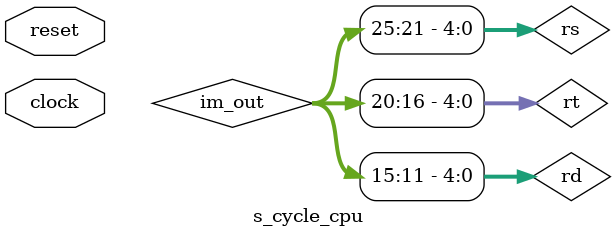
<source format=v>
/** @module s_cycle_cpu
 *  @param clock 输入时钟
 *  @param reset 输入复位信号
 */

`include "alu.v"
`include "pc.v"
`include "gpr.v"
`include "im.v"

module s_cycle_cpu(
    input clock,
    input reset);

    wire [31:0] pc_out;
    wire [31:0] im_out;
    reg [31:0] npc;

    reg [4:0] rs;
    reg [4:0] rt;
    reg [4:0] rd;
    reg [5:0] funct;
    reg [3:0] alu_op;

    wire [31:0] alu_out;
    wire [31:0] a;
    wire [31:0] b;

    always @(*)
    begin
      rs = im_out[25:21];
      rt = im_out[20:16];
      rd = im_out[15:11];
      funct = im_out[5:0];
      alu_op = funct[3:0];
      npc = pc_out + 4;
    end

    pc PC(
        .pc(pc_out),
        .clock(clock),
        .reset(reset),
        .npc(npc)
    );

    im IM(
        .instruction(im_out),
        .pc(pc_out)
    );

    gpr GPR(
        .a(a),
        .b(b),
        .clock(clock),
        .reg_write(1'b1),
        .num_write(rd),
        .rs(rs),
        .rt(rt),
        .data_write(alu_out)
    );

    alu ALU (
        .c(alu_out),
        .a(a),
        .b(b),
        .alu_op(alu_op)
    );

endmodule
</source>
